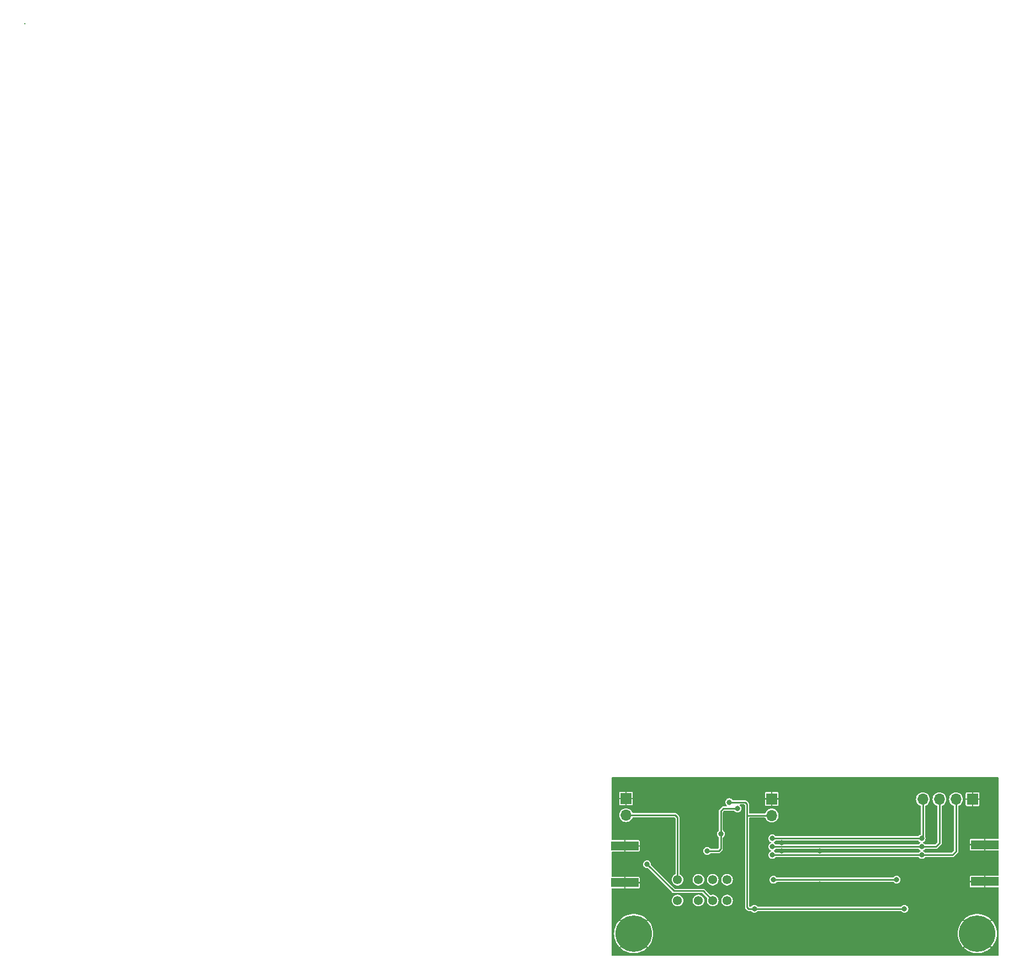
<source format=gbr>
G04 #@! TF.GenerationSoftware,KiCad,Pcbnew,8.0.1*
G04 #@! TF.CreationDate,2025-07-17T23:05:43+02:00*
G04 #@! TF.ProjectId,SDR_PreAmp_Filter_v1.1,5344525f-5072-4654-916d-705f46696c74,rev?*
G04 #@! TF.SameCoordinates,Original*
G04 #@! TF.FileFunction,Copper,L2,Bot*
G04 #@! TF.FilePolarity,Positive*
%FSLAX46Y46*%
G04 Gerber Fmt 4.6, Leading zero omitted, Abs format (unit mm)*
G04 Created by KiCad (PCBNEW 8.0.1) date 2025-07-17 23:05:43*
%MOMM*%
%LPD*%
G01*
G04 APERTURE LIST*
G04 #@! TA.AperFunction,ComponentPad*
%ADD10C,5.600000*%
G04 #@! TD*
G04 #@! TA.AperFunction,ComponentPad*
%ADD11R,1.700000X1.700000*%
G04 #@! TD*
G04 #@! TA.AperFunction,ComponentPad*
%ADD12O,1.700000X1.700000*%
G04 #@! TD*
G04 #@! TA.AperFunction,ComponentPad*
%ADD13C,1.381000*%
G04 #@! TD*
G04 #@! TA.AperFunction,SMDPad,CuDef*
%ADD14R,4.200000X1.350000*%
G04 #@! TD*
G04 #@! TA.AperFunction,ViaPad*
%ADD15C,0.200000*%
G04 #@! TD*
G04 #@! TA.AperFunction,ViaPad*
%ADD16C,0.800000*%
G04 #@! TD*
G04 #@! TA.AperFunction,Conductor*
%ADD17C,0.250000*%
G04 #@! TD*
G04 APERTURE END LIST*
D10*
X146050000Y-139700000D03*
D11*
X145330000Y-119075000D03*
D12*
X142790000Y-119075000D03*
X140250000Y-119075000D03*
X137710000Y-119075000D03*
D13*
X100076000Y-134620000D03*
X103276000Y-134620000D03*
X105476000Y-134620000D03*
X107676000Y-134620000D03*
X107676000Y-131420000D03*
X105476000Y-131420000D03*
X103276000Y-131420000D03*
X100076000Y-131420000D03*
D10*
X93345000Y-139700000D03*
D14*
X91998800Y-126232400D03*
X91998800Y-131882400D03*
D11*
X92175000Y-118975000D03*
D12*
X92175000Y-121515000D03*
D14*
X147193000Y-131699000D03*
X147193000Y-126049000D03*
D11*
X114526000Y-119024400D03*
D12*
X114526000Y-121564400D03*
D15*
X0Y0D03*
X0Y0D03*
X0Y0D03*
X0Y0D03*
X0Y0D03*
D16*
X134874000Y-135890000D03*
X111861600Y-135890000D03*
X108000800Y-119532400D03*
X121920000Y-132080000D03*
X104425000Y-129075000D03*
X116000000Y-130250000D03*
X106125000Y-133000000D03*
X105100000Y-122700000D03*
X109450000Y-133000000D03*
X121894600Y-127000000D03*
X100900000Y-128200000D03*
X109125000Y-126450000D03*
X98225000Y-134750000D03*
X121920000Y-137134600D03*
X121920000Y-121920000D03*
X116027200Y-126974600D03*
X116025000Y-125750000D03*
X114604800Y-125095000D03*
X137515600Y-125095000D03*
X114630200Y-126365000D03*
X137541000Y-126365000D03*
X114630200Y-127635000D03*
X137541000Y-127635000D03*
X133680200Y-131419600D03*
X114808000Y-131445000D03*
X95407400Y-129057400D03*
X106730800Y-124383800D03*
X109270800Y-120500000D03*
X104622600Y-127000000D03*
D17*
X110769400Y-121564400D02*
X110744000Y-121589800D01*
X110744000Y-121589800D02*
X110744000Y-135636000D01*
X108000800Y-119532400D02*
X110439200Y-119532400D01*
X110744000Y-119837200D02*
X110744000Y-121589800D01*
X110439200Y-119532400D02*
X110744000Y-119837200D01*
X114526000Y-121564400D02*
X110769400Y-121564400D01*
X99898200Y-134797800D02*
X100076000Y-134620000D01*
X110998000Y-135890000D02*
X134874000Y-135890000D01*
X110744000Y-135636000D02*
X110998000Y-135890000D01*
X116230400Y-127000000D02*
X116205000Y-126974600D01*
X121894600Y-127000000D02*
X116230400Y-127000000D01*
X137725000Y-124885600D02*
X137515600Y-125095000D01*
X137725000Y-118600000D02*
X137725000Y-124885600D01*
X114604800Y-125095000D02*
X137515600Y-125095000D01*
X137541000Y-126365000D02*
X137451000Y-126275000D01*
X140265000Y-125800000D02*
X140265000Y-118600000D01*
X137451000Y-126365000D02*
X114720200Y-126365000D01*
X137541000Y-126365000D02*
X139700000Y-126365000D01*
X114720200Y-126275000D02*
X114630200Y-126365000D01*
X139700000Y-126365000D02*
X140265000Y-125800000D01*
X114720200Y-127635000D02*
X137451000Y-127635000D01*
X142805000Y-127070000D02*
X142805000Y-118600000D01*
X114630200Y-127635000D02*
X114720200Y-127725000D01*
X137451000Y-127725000D02*
X137541000Y-127635000D01*
X137541000Y-127635000D02*
X142240000Y-127635000D01*
X142240000Y-127635000D02*
X142805000Y-127070000D01*
X114898000Y-131445000D02*
X133615600Y-131445000D01*
X133615600Y-131355000D02*
X133680200Y-131419600D01*
X114808000Y-131445000D02*
X114898000Y-131355000D01*
X99500000Y-133150000D02*
X104006000Y-133150000D01*
X104006000Y-133150000D02*
X105476000Y-134620000D01*
X95407400Y-129057400D02*
X99500000Y-133150000D01*
X106705400Y-120878600D02*
X106705400Y-126695200D01*
X109270800Y-120500000D02*
X107084000Y-120500000D01*
X106705400Y-126695200D02*
X106400600Y-127000000D01*
X106400600Y-127000000D02*
X104622600Y-127000000D01*
X107084000Y-120500000D02*
X106705400Y-120878600D01*
X92964000Y-121539000D02*
X99745800Y-121539000D01*
X100050200Y-131394200D02*
X100076000Y-131420000D01*
X100076000Y-121869200D02*
X100076000Y-131420000D01*
X99745800Y-121539000D02*
X100076000Y-121869200D01*
G04 #@! TA.AperFunction,Conductor*
G36*
X137043221Y-126709407D02*
G01*
X137063570Y-126729231D01*
X137112718Y-126793282D01*
X137238159Y-126889536D01*
X137251498Y-126895061D01*
X137284028Y-126908536D01*
X137330554Y-126948273D01*
X137344837Y-127007768D01*
X137321422Y-127064296D01*
X137284028Y-127091464D01*
X137238160Y-127110463D01*
X137112723Y-127206713D01*
X137112714Y-127206722D01*
X137074794Y-127256141D01*
X137064269Y-127269859D01*
X137063572Y-127270767D01*
X137013148Y-127305423D01*
X136985030Y-127309500D01*
X115186170Y-127309500D01*
X115127979Y-127290593D01*
X115107628Y-127270767D01*
X115106931Y-127269859D01*
X115058482Y-127206718D01*
X115058477Y-127206714D01*
X115058476Y-127206713D01*
X114933038Y-127110462D01*
X114887172Y-127091464D01*
X114840646Y-127051728D01*
X114826362Y-126992233D01*
X114849777Y-126935705D01*
X114887172Y-126908536D01*
X114919702Y-126895061D01*
X114933041Y-126889536D01*
X115058482Y-126793282D01*
X115107628Y-126729232D01*
X115158052Y-126694577D01*
X115186170Y-126690500D01*
X136985030Y-126690500D01*
X137043221Y-126709407D01*
G37*
G04 #@! TD.AperFunction*
G04 #@! TA.AperFunction,Conductor*
G36*
X137017821Y-125439407D02*
G01*
X137038170Y-125459231D01*
X137087318Y-125523282D01*
X137087322Y-125523285D01*
X137087323Y-125523286D01*
X137116682Y-125545813D01*
X137212759Y-125619536D01*
X137212760Y-125619536D01*
X137212761Y-125619537D01*
X137271327Y-125643796D01*
X137317853Y-125683532D01*
X137332137Y-125743027D01*
X137308722Y-125799555D01*
X137271329Y-125826723D01*
X137238163Y-125840461D01*
X137238160Y-125840462D01*
X137112723Y-125936713D01*
X137112714Y-125936722D01*
X137074794Y-125986141D01*
X137064269Y-125999859D01*
X137063572Y-126000767D01*
X137013148Y-126035423D01*
X136985030Y-126039500D01*
X115186170Y-126039500D01*
X115127979Y-126020593D01*
X115107628Y-126000767D01*
X115106931Y-125999859D01*
X115058482Y-125936718D01*
X115058477Y-125936714D01*
X115058476Y-125936713D01*
X115005097Y-125895754D01*
X114933041Y-125840464D01*
X114933039Y-125840463D01*
X114874471Y-125816203D01*
X114827945Y-125776466D01*
X114813662Y-125716971D01*
X114837077Y-125660443D01*
X114874470Y-125633275D01*
X114907641Y-125619536D01*
X115033082Y-125523282D01*
X115082228Y-125459232D01*
X115132652Y-125424577D01*
X115160770Y-125420500D01*
X136959630Y-125420500D01*
X137017821Y-125439407D01*
G37*
G04 #@! TD.AperFunction*
G04 #@! TA.AperFunction,Conductor*
G36*
X149311191Y-115715907D02*
G01*
X149347155Y-115765407D01*
X149352000Y-115796000D01*
X149352000Y-125075000D01*
X149333093Y-125133191D01*
X149283593Y-125169155D01*
X149253000Y-125174000D01*
X147293001Y-125174000D01*
X147293000Y-125174001D01*
X147293000Y-126923999D01*
X147293001Y-126924000D01*
X149253000Y-126924000D01*
X149311191Y-126942907D01*
X149347155Y-126992407D01*
X149352000Y-127023000D01*
X149352000Y-130725000D01*
X149333093Y-130783191D01*
X149283593Y-130819155D01*
X149253000Y-130824000D01*
X147293001Y-130824000D01*
X147293000Y-130824001D01*
X147293000Y-132573999D01*
X147293001Y-132574000D01*
X149253000Y-132574000D01*
X149311191Y-132592907D01*
X149347155Y-132642407D01*
X149352000Y-132673000D01*
X149352000Y-143018000D01*
X149333093Y-143076191D01*
X149283593Y-143112155D01*
X149253000Y-143117000D01*
X90065800Y-143117000D01*
X90007609Y-143098093D01*
X89971645Y-143048593D01*
X89966800Y-143018000D01*
X89966800Y-139700000D01*
X90339916Y-139700000D01*
X90360235Y-140048871D01*
X90420917Y-140393015D01*
X90521144Y-140727798D01*
X90521145Y-140727800D01*
X90659556Y-141048672D01*
X90659559Y-141048679D01*
X90834288Y-141351319D01*
X90834290Y-141351322D01*
X91042974Y-141631634D01*
X91154127Y-141749448D01*
X92142916Y-140760658D01*
X92284339Y-140902081D01*
X91292473Y-141893948D01*
X91550493Y-142110451D01*
X91842452Y-142302476D01*
X92154744Y-142459315D01*
X92154748Y-142459316D01*
X92483136Y-142578840D01*
X92823162Y-142659428D01*
X93170273Y-142700000D01*
X93519727Y-142700000D01*
X93866837Y-142659428D01*
X94206863Y-142578840D01*
X94535251Y-142459316D01*
X94535255Y-142459315D01*
X94847547Y-142302476D01*
X95139509Y-142110449D01*
X95139514Y-142110445D01*
X95397525Y-141893948D01*
X94405659Y-140902082D01*
X94547082Y-140760659D01*
X95535871Y-141749448D01*
X95647026Y-141631632D01*
X95647030Y-141631626D01*
X95855709Y-141351322D01*
X95855711Y-141351319D01*
X96030440Y-141048679D01*
X96030443Y-141048672D01*
X96168854Y-140727800D01*
X96168855Y-140727798D01*
X96269082Y-140393015D01*
X96329764Y-140048871D01*
X96350083Y-139700000D01*
X143044916Y-139700000D01*
X143065235Y-140048871D01*
X143125917Y-140393015D01*
X143226144Y-140727798D01*
X143226145Y-140727800D01*
X143364556Y-141048672D01*
X143364559Y-141048679D01*
X143539288Y-141351319D01*
X143539290Y-141351322D01*
X143747974Y-141631634D01*
X143859127Y-141749448D01*
X144847916Y-140760658D01*
X144989339Y-140902081D01*
X143997473Y-141893948D01*
X144255493Y-142110451D01*
X144547452Y-142302476D01*
X144859744Y-142459315D01*
X144859748Y-142459316D01*
X145188136Y-142578840D01*
X145528162Y-142659428D01*
X145875273Y-142700000D01*
X146224727Y-142700000D01*
X146571837Y-142659428D01*
X146911863Y-142578840D01*
X147240251Y-142459316D01*
X147240255Y-142459315D01*
X147552547Y-142302476D01*
X147844509Y-142110449D01*
X147844514Y-142110445D01*
X148102525Y-141893948D01*
X147110659Y-140902082D01*
X147252082Y-140760659D01*
X148240871Y-141749448D01*
X148352026Y-141631632D01*
X148352030Y-141631626D01*
X148560709Y-141351322D01*
X148560711Y-141351319D01*
X148735440Y-141048679D01*
X148735443Y-141048672D01*
X148873854Y-140727800D01*
X148873855Y-140727798D01*
X148974082Y-140393015D01*
X149034764Y-140048871D01*
X149055083Y-139700000D01*
X149034764Y-139351128D01*
X148974082Y-139006984D01*
X148873855Y-138672201D01*
X148873854Y-138672199D01*
X148735443Y-138351327D01*
X148735440Y-138351320D01*
X148560711Y-138048680D01*
X148560709Y-138048677D01*
X148352025Y-137768365D01*
X148240871Y-137650550D01*
X147252081Y-138639339D01*
X147110658Y-138497916D01*
X148102525Y-137506050D01*
X147844506Y-137289548D01*
X147552547Y-137097523D01*
X147240255Y-136940684D01*
X147240251Y-136940683D01*
X146911863Y-136821159D01*
X146571837Y-136740571D01*
X146224727Y-136700000D01*
X145875273Y-136700000D01*
X145528162Y-136740571D01*
X145188136Y-136821159D01*
X144859748Y-136940683D01*
X144859744Y-136940684D01*
X144547452Y-137097523D01*
X144255493Y-137289548D01*
X143997473Y-137506050D01*
X144989340Y-138497917D01*
X144847917Y-138639340D01*
X143859127Y-137650550D01*
X143747975Y-137768365D01*
X143539290Y-138048677D01*
X143539288Y-138048680D01*
X143364559Y-138351320D01*
X143364556Y-138351327D01*
X143226145Y-138672199D01*
X143226144Y-138672201D01*
X143125917Y-139006984D01*
X143065235Y-139351128D01*
X143044916Y-139700000D01*
X96350083Y-139700000D01*
X96329764Y-139351128D01*
X96269082Y-139006984D01*
X96168855Y-138672201D01*
X96168854Y-138672199D01*
X96030443Y-138351327D01*
X96030440Y-138351320D01*
X95855711Y-138048680D01*
X95855709Y-138048677D01*
X95647025Y-137768365D01*
X95535871Y-137650550D01*
X94547081Y-138639339D01*
X94405658Y-138497916D01*
X95397525Y-137506050D01*
X95139506Y-137289548D01*
X94847547Y-137097523D01*
X94535255Y-136940684D01*
X94535251Y-136940683D01*
X94206863Y-136821159D01*
X93866837Y-136740571D01*
X93519727Y-136700000D01*
X93170273Y-136700000D01*
X92823162Y-136740571D01*
X92483136Y-136821159D01*
X92154748Y-136940683D01*
X92154744Y-136940684D01*
X91842452Y-137097523D01*
X91550493Y-137289548D01*
X91292473Y-137506050D01*
X92284340Y-138497917D01*
X92142917Y-138639340D01*
X91154127Y-137650550D01*
X91042975Y-137768365D01*
X90834290Y-138048677D01*
X90834288Y-138048680D01*
X90659559Y-138351320D01*
X90659556Y-138351327D01*
X90521145Y-138672199D01*
X90521144Y-138672201D01*
X90420917Y-139006984D01*
X90360235Y-139351128D01*
X90339916Y-139700000D01*
X89966800Y-139700000D01*
X89966800Y-134620000D01*
X99180092Y-134620000D01*
X99199670Y-134806270D01*
X99257547Y-134984399D01*
X99257548Y-134984401D01*
X99257549Y-134984403D01*
X99257551Y-134984408D01*
X99351194Y-135146601D01*
X99351195Y-135146602D01*
X99476521Y-135285789D01*
X99628046Y-135395879D01*
X99628050Y-135395881D01*
X99628052Y-135395882D01*
X99684677Y-135421093D01*
X99799149Y-135472059D01*
X99982352Y-135511000D01*
X99982355Y-135511000D01*
X100169645Y-135511000D01*
X100169648Y-135511000D01*
X100352851Y-135472059D01*
X100523954Y-135395879D01*
X100675479Y-135285789D01*
X100800805Y-135146602D01*
X100894453Y-134984399D01*
X100952330Y-134806270D01*
X100971908Y-134620000D01*
X102380092Y-134620000D01*
X102399670Y-134806270D01*
X102457547Y-134984399D01*
X102457548Y-134984401D01*
X102457549Y-134984403D01*
X102457551Y-134984408D01*
X102551194Y-135146601D01*
X102551195Y-135146602D01*
X102676521Y-135285789D01*
X102828046Y-135395879D01*
X102828050Y-135395881D01*
X102828052Y-135395882D01*
X102884677Y-135421093D01*
X102999149Y-135472059D01*
X103182352Y-135511000D01*
X103182355Y-135511000D01*
X103369645Y-135511000D01*
X103369648Y-135511000D01*
X103552851Y-135472059D01*
X103723954Y-135395879D01*
X103875479Y-135285789D01*
X104000805Y-135146602D01*
X104094453Y-134984399D01*
X104152330Y-134806270D01*
X104171908Y-134620000D01*
X104152330Y-134433730D01*
X104094453Y-134255601D01*
X104094449Y-134255595D01*
X104094448Y-134255591D01*
X104000805Y-134093398D01*
X103875479Y-133954211D01*
X103723954Y-133844121D01*
X103723950Y-133844119D01*
X103723947Y-133844117D01*
X103552853Y-133767942D01*
X103552851Y-133767941D01*
X103552848Y-133767940D01*
X103552847Y-133767940D01*
X103493003Y-133755220D01*
X103369648Y-133729000D01*
X103182352Y-133729000D01*
X103065532Y-133753830D01*
X102999152Y-133767940D01*
X102999146Y-133767942D01*
X102828052Y-133844117D01*
X102828049Y-133844119D01*
X102676521Y-133954211D01*
X102551194Y-134093398D01*
X102457551Y-134255591D01*
X102457549Y-134255596D01*
X102399670Y-134433728D01*
X102399670Y-134433730D01*
X102380092Y-134620000D01*
X100971908Y-134620000D01*
X100952330Y-134433730D01*
X100894453Y-134255601D01*
X100894449Y-134255595D01*
X100894448Y-134255591D01*
X100800805Y-134093398D01*
X100675479Y-133954211D01*
X100523954Y-133844121D01*
X100523950Y-133844119D01*
X100523947Y-133844117D01*
X100352853Y-133767942D01*
X100352851Y-133767941D01*
X100352848Y-133767940D01*
X100352847Y-133767940D01*
X100293003Y-133755220D01*
X100169648Y-133729000D01*
X99982352Y-133729000D01*
X99865532Y-133753830D01*
X99799152Y-133767940D01*
X99799146Y-133767942D01*
X99628052Y-133844117D01*
X99628049Y-133844119D01*
X99476521Y-133954211D01*
X99351194Y-134093398D01*
X99257551Y-134255591D01*
X99257549Y-134255596D01*
X99199670Y-134433728D01*
X99199670Y-134433730D01*
X99180092Y-134620000D01*
X89966800Y-134620000D01*
X89966800Y-132856400D01*
X89985707Y-132798209D01*
X90035207Y-132762245D01*
X90065800Y-132757400D01*
X91898799Y-132757400D01*
X91898800Y-132757399D01*
X92098800Y-132757399D01*
X92098801Y-132757400D01*
X94118497Y-132757400D01*
X94118500Y-132757399D01*
X94176836Y-132745796D01*
X94242989Y-132701593D01*
X94242993Y-132701589D01*
X94287196Y-132635436D01*
X94298799Y-132577100D01*
X94298800Y-132577097D01*
X94298800Y-131982401D01*
X94298799Y-131982400D01*
X92098801Y-131982400D01*
X92098800Y-131982401D01*
X92098800Y-132757399D01*
X91898800Y-132757399D01*
X91898800Y-131782399D01*
X92098800Y-131782399D01*
X92098801Y-131782400D01*
X94298799Y-131782400D01*
X94298800Y-131782399D01*
X94298800Y-131187702D01*
X94298799Y-131187699D01*
X94287196Y-131129363D01*
X94242993Y-131063210D01*
X94242989Y-131063206D01*
X94176836Y-131019003D01*
X94118500Y-131007400D01*
X92098801Y-131007400D01*
X92098800Y-131007401D01*
X92098800Y-131782399D01*
X91898800Y-131782399D01*
X91898800Y-131007401D01*
X91898799Y-131007400D01*
X90065800Y-131007400D01*
X90007609Y-130988493D01*
X89971645Y-130938993D01*
X89966800Y-130908400D01*
X89966800Y-129057400D01*
X94801718Y-129057400D01*
X94822355Y-129214158D01*
X94822357Y-129214166D01*
X94882862Y-129360238D01*
X94882862Y-129360239D01*
X94882864Y-129360241D01*
X94979118Y-129485682D01*
X95104559Y-129581936D01*
X95250638Y-129642444D01*
X95407400Y-129663082D01*
X95487441Y-129652543D01*
X95547598Y-129663692D01*
X95570365Y-129680692D01*
X99239535Y-133349862D01*
X99239534Y-133349862D01*
X99300135Y-133410462D01*
X99300138Y-133410465D01*
X99374362Y-133453318D01*
X99457147Y-133475500D01*
X99542852Y-133475500D01*
X103830165Y-133475500D01*
X103888356Y-133494407D01*
X103900169Y-133504496D01*
X104613110Y-134217437D01*
X104640887Y-134271954D01*
X104637261Y-134318033D01*
X104599670Y-134433730D01*
X104580092Y-134620000D01*
X104599670Y-134806270D01*
X104657547Y-134984399D01*
X104657548Y-134984401D01*
X104657549Y-134984403D01*
X104657551Y-134984408D01*
X104751194Y-135146601D01*
X104751195Y-135146602D01*
X104876521Y-135285789D01*
X105028046Y-135395879D01*
X105028050Y-135395881D01*
X105028052Y-135395882D01*
X105084677Y-135421093D01*
X105199149Y-135472059D01*
X105382352Y-135511000D01*
X105382355Y-135511000D01*
X105569645Y-135511000D01*
X105569648Y-135511000D01*
X105752851Y-135472059D01*
X105923954Y-135395879D01*
X106075479Y-135285789D01*
X106200805Y-135146602D01*
X106294453Y-134984399D01*
X106352330Y-134806270D01*
X106371908Y-134620000D01*
X106780092Y-134620000D01*
X106799670Y-134806270D01*
X106857547Y-134984399D01*
X106857548Y-134984401D01*
X106857549Y-134984403D01*
X106857551Y-134984408D01*
X106951194Y-135146601D01*
X106951195Y-135146602D01*
X107076521Y-135285789D01*
X107228046Y-135395879D01*
X107228050Y-135395881D01*
X107228052Y-135395882D01*
X107284677Y-135421093D01*
X107399149Y-135472059D01*
X107582352Y-135511000D01*
X107582355Y-135511000D01*
X107769645Y-135511000D01*
X107769648Y-135511000D01*
X107952851Y-135472059D01*
X108123954Y-135395879D01*
X108275479Y-135285789D01*
X108400805Y-135146602D01*
X108494453Y-134984399D01*
X108552330Y-134806270D01*
X108571908Y-134620000D01*
X108552330Y-134433730D01*
X108494453Y-134255601D01*
X108494449Y-134255595D01*
X108494448Y-134255591D01*
X108400805Y-134093398D01*
X108275479Y-133954211D01*
X108123954Y-133844121D01*
X108123950Y-133844119D01*
X108123947Y-133844117D01*
X107952853Y-133767942D01*
X107952851Y-133767941D01*
X107952848Y-133767940D01*
X107952847Y-133767940D01*
X107893003Y-133755220D01*
X107769648Y-133729000D01*
X107582352Y-133729000D01*
X107465532Y-133753830D01*
X107399152Y-133767940D01*
X107399146Y-133767942D01*
X107228052Y-133844117D01*
X107228049Y-133844119D01*
X107076521Y-133954211D01*
X106951194Y-134093398D01*
X106857551Y-134255591D01*
X106857549Y-134255596D01*
X106799670Y-134433728D01*
X106799670Y-134433730D01*
X106780092Y-134620000D01*
X106371908Y-134620000D01*
X106352330Y-134433730D01*
X106294453Y-134255601D01*
X106294449Y-134255595D01*
X106294448Y-134255591D01*
X106200805Y-134093398D01*
X106075479Y-133954211D01*
X105923954Y-133844121D01*
X105923950Y-133844119D01*
X105923947Y-133844117D01*
X105752853Y-133767942D01*
X105752851Y-133767941D01*
X105752848Y-133767940D01*
X105752847Y-133767940D01*
X105693003Y-133755220D01*
X105569648Y-133729000D01*
X105382352Y-133729000D01*
X105265532Y-133753830D01*
X105199152Y-133767940D01*
X105199146Y-133767942D01*
X105181816Y-133775658D01*
X105120965Y-133782052D01*
X105071547Y-133755220D01*
X104666188Y-133349861D01*
X104205862Y-132889535D01*
X104205859Y-132889533D01*
X104205858Y-132889532D01*
X104205857Y-132889531D01*
X104131642Y-132846683D01*
X104131644Y-132846683D01*
X104099521Y-132838076D01*
X104048853Y-132824500D01*
X104048851Y-132824500D01*
X99675835Y-132824500D01*
X99617644Y-132805593D01*
X99605831Y-132795504D01*
X96030692Y-129220365D01*
X96002915Y-129165848D01*
X96002543Y-129137445D01*
X96013082Y-129057400D01*
X95992444Y-128900638D01*
X95931937Y-128754561D01*
X95931937Y-128754560D01*
X95835686Y-128629123D01*
X95835685Y-128629122D01*
X95835682Y-128629118D01*
X95835677Y-128629114D01*
X95835676Y-128629113D01*
X95710238Y-128532862D01*
X95564166Y-128472357D01*
X95564158Y-128472355D01*
X95407401Y-128451718D01*
X95407399Y-128451718D01*
X95250641Y-128472355D01*
X95250633Y-128472357D01*
X95104561Y-128532862D01*
X95104560Y-128532862D01*
X94979123Y-128629113D01*
X94979113Y-128629123D01*
X94882862Y-128754560D01*
X94882862Y-128754561D01*
X94822357Y-128900633D01*
X94822355Y-128900641D01*
X94801718Y-129057399D01*
X94801718Y-129057400D01*
X89966800Y-129057400D01*
X89966800Y-127206400D01*
X89985707Y-127148209D01*
X90035207Y-127112245D01*
X90065800Y-127107400D01*
X91898799Y-127107400D01*
X91898800Y-127107399D01*
X92098800Y-127107399D01*
X92098801Y-127107400D01*
X94118497Y-127107400D01*
X94118500Y-127107399D01*
X94176836Y-127095796D01*
X94242989Y-127051593D01*
X94242993Y-127051589D01*
X94287196Y-126985436D01*
X94298799Y-126927100D01*
X94298800Y-126927097D01*
X94298800Y-126332401D01*
X94298799Y-126332400D01*
X92098801Y-126332400D01*
X92098800Y-126332401D01*
X92098800Y-127107399D01*
X91898800Y-127107399D01*
X91898800Y-126132399D01*
X92098800Y-126132399D01*
X92098801Y-126132400D01*
X94298799Y-126132400D01*
X94298800Y-126132399D01*
X94298800Y-125537702D01*
X94298799Y-125537699D01*
X94287196Y-125479363D01*
X94242993Y-125413210D01*
X94242989Y-125413206D01*
X94176836Y-125369003D01*
X94118500Y-125357400D01*
X92098801Y-125357400D01*
X92098800Y-125357401D01*
X92098800Y-126132399D01*
X91898800Y-126132399D01*
X91898800Y-125357401D01*
X91898799Y-125357400D01*
X90065800Y-125357400D01*
X90007609Y-125338493D01*
X89971645Y-125288993D01*
X89966800Y-125258400D01*
X89966800Y-121515003D01*
X91119417Y-121515003D01*
X91139698Y-121720929D01*
X91139699Y-121720934D01*
X91199768Y-121918954D01*
X91297316Y-122101452D01*
X91428585Y-122261404D01*
X91428590Y-122261410D01*
X91428595Y-122261414D01*
X91588547Y-122392683D01*
X91588548Y-122392683D01*
X91588550Y-122392685D01*
X91771046Y-122490232D01*
X91908997Y-122532078D01*
X91969065Y-122550300D01*
X91969070Y-122550301D01*
X92174997Y-122570583D01*
X92175000Y-122570583D01*
X92175003Y-122570583D01*
X92380929Y-122550301D01*
X92380934Y-122550300D01*
X92416105Y-122539631D01*
X92578954Y-122490232D01*
X92761450Y-122392685D01*
X92921410Y-122261410D01*
X93052685Y-122101450D01*
X93150232Y-121918954D01*
X93150231Y-121918954D01*
X93151367Y-121916831D01*
X93195473Y-121874425D01*
X93238677Y-121864500D01*
X99569965Y-121864500D01*
X99628156Y-121883407D01*
X99639969Y-121893496D01*
X99721504Y-121975031D01*
X99749281Y-122029548D01*
X99750500Y-122045035D01*
X99750500Y-130525309D01*
X99731593Y-130583500D01*
X99691768Y-130615749D01*
X99628044Y-130644121D01*
X99628042Y-130644122D01*
X99476524Y-130754208D01*
X99351194Y-130893398D01*
X99257551Y-131055591D01*
X99257549Y-131055596D01*
X99199670Y-131233728D01*
X99180092Y-131420000D01*
X99196526Y-131576362D01*
X99199670Y-131606270D01*
X99257547Y-131784399D01*
X99257548Y-131784401D01*
X99257549Y-131784403D01*
X99257551Y-131784408D01*
X99351194Y-131946601D01*
X99351195Y-131946602D01*
X99476521Y-132085789D01*
X99628046Y-132195879D01*
X99628050Y-132195881D01*
X99628052Y-132195882D01*
X99684677Y-132221093D01*
X99799149Y-132272059D01*
X99982352Y-132311000D01*
X99982355Y-132311000D01*
X100169645Y-132311000D01*
X100169648Y-132311000D01*
X100352851Y-132272059D01*
X100523954Y-132195879D01*
X100675479Y-132085789D01*
X100800805Y-131946602D01*
X100894453Y-131784399D01*
X100952330Y-131606270D01*
X100971908Y-131420000D01*
X102380092Y-131420000D01*
X102396526Y-131576362D01*
X102399670Y-131606270D01*
X102457547Y-131784399D01*
X102457548Y-131784401D01*
X102457549Y-131784403D01*
X102457551Y-131784408D01*
X102551194Y-131946601D01*
X102551195Y-131946602D01*
X102676521Y-132085789D01*
X102828046Y-132195879D01*
X102828050Y-132195881D01*
X102828052Y-132195882D01*
X102884677Y-132221093D01*
X102999149Y-132272059D01*
X103182352Y-132311000D01*
X103182355Y-132311000D01*
X103369645Y-132311000D01*
X103369648Y-132311000D01*
X103552851Y-132272059D01*
X103723954Y-132195879D01*
X103875479Y-132085789D01*
X104000805Y-131946602D01*
X104094453Y-131784399D01*
X104152330Y-131606270D01*
X104171908Y-131420000D01*
X104580092Y-131420000D01*
X104596526Y-131576362D01*
X104599670Y-131606270D01*
X104657547Y-131784399D01*
X104657548Y-131784401D01*
X104657549Y-131784403D01*
X104657551Y-131784408D01*
X104751194Y-131946601D01*
X104751195Y-131946602D01*
X104876521Y-132085789D01*
X105028046Y-132195879D01*
X105028050Y-132195881D01*
X105028052Y-132195882D01*
X105084677Y-132221093D01*
X105199149Y-132272059D01*
X105382352Y-132311000D01*
X105382355Y-132311000D01*
X105569645Y-132311000D01*
X105569648Y-132311000D01*
X105752851Y-132272059D01*
X105923954Y-132195879D01*
X106075479Y-132085789D01*
X106200805Y-131946602D01*
X106294453Y-131784399D01*
X106352330Y-131606270D01*
X106371908Y-131420000D01*
X106780092Y-131420000D01*
X106796526Y-131576362D01*
X106799670Y-131606270D01*
X106857547Y-131784399D01*
X106857548Y-131784401D01*
X106857549Y-131784403D01*
X106857551Y-131784408D01*
X106951194Y-131946601D01*
X106951195Y-131946602D01*
X107076521Y-132085789D01*
X107228046Y-132195879D01*
X107228050Y-132195881D01*
X107228052Y-132195882D01*
X107284677Y-132221093D01*
X107399149Y-132272059D01*
X107582352Y-132311000D01*
X107582355Y-132311000D01*
X107769645Y-132311000D01*
X107769648Y-132311000D01*
X107952851Y-132272059D01*
X108123954Y-132195879D01*
X108275479Y-132085789D01*
X108400805Y-131946602D01*
X108494453Y-131784399D01*
X108552330Y-131606270D01*
X108571908Y-131420000D01*
X108552330Y-131233730D01*
X108494453Y-131055601D01*
X108494449Y-131055595D01*
X108494448Y-131055591D01*
X108400805Y-130893398D01*
X108388570Y-130879810D01*
X108275479Y-130754211D01*
X108123954Y-130644121D01*
X108123950Y-130644119D01*
X108123947Y-130644117D01*
X107971728Y-130576345D01*
X107952851Y-130567941D01*
X107952848Y-130567940D01*
X107952847Y-130567940D01*
X107918001Y-130560533D01*
X107769648Y-130529000D01*
X107582352Y-130529000D01*
X107465532Y-130553830D01*
X107399152Y-130567940D01*
X107399146Y-130567942D01*
X107228052Y-130644117D01*
X107228049Y-130644119D01*
X107076521Y-130754211D01*
X106951194Y-130893398D01*
X106857551Y-131055591D01*
X106857549Y-131055596D01*
X106799670Y-131233728D01*
X106780092Y-131420000D01*
X106371908Y-131420000D01*
X106352330Y-131233730D01*
X106294453Y-131055601D01*
X106294449Y-131055595D01*
X106294448Y-131055591D01*
X106200805Y-130893398D01*
X106188570Y-130879810D01*
X106075479Y-130754211D01*
X105923954Y-130644121D01*
X105923950Y-130644119D01*
X105923947Y-130644117D01*
X105771728Y-130576345D01*
X105752851Y-130567941D01*
X105752848Y-130567940D01*
X105752847Y-130567940D01*
X105718001Y-130560533D01*
X105569648Y-130529000D01*
X105382352Y-130529000D01*
X105265532Y-130553830D01*
X105199152Y-130567940D01*
X105199146Y-130567942D01*
X105028052Y-130644117D01*
X105028049Y-130644119D01*
X104876521Y-130754211D01*
X104751194Y-130893398D01*
X104657551Y-131055591D01*
X104657549Y-131055596D01*
X104599670Y-131233728D01*
X104580092Y-131420000D01*
X104171908Y-131420000D01*
X104152330Y-131233730D01*
X104094453Y-131055601D01*
X104094449Y-131055595D01*
X104094448Y-131055591D01*
X104000805Y-130893398D01*
X103988570Y-130879810D01*
X103875479Y-130754211D01*
X103723954Y-130644121D01*
X103723950Y-130644119D01*
X103723947Y-130644117D01*
X103571728Y-130576345D01*
X103552851Y-130567941D01*
X103552848Y-130567940D01*
X103552847Y-130567940D01*
X103518001Y-130560533D01*
X103369648Y-130529000D01*
X103182352Y-130529000D01*
X103065532Y-130553830D01*
X102999152Y-130567940D01*
X102999146Y-130567942D01*
X102828052Y-130644117D01*
X102828049Y-130644119D01*
X102676521Y-130754211D01*
X102551194Y-130893398D01*
X102457551Y-131055591D01*
X102457549Y-131055596D01*
X102399670Y-131233728D01*
X102380092Y-131420000D01*
X100971908Y-131420000D01*
X100952330Y-131233730D01*
X100894453Y-131055601D01*
X100894449Y-131055595D01*
X100894448Y-131055591D01*
X100800805Y-130893398D01*
X100788570Y-130879810D01*
X100675479Y-130754211D01*
X100635274Y-130725000D01*
X100523957Y-130644122D01*
X100523955Y-130644121D01*
X100460232Y-130615749D01*
X100414763Y-130574808D01*
X100401500Y-130525309D01*
X100401500Y-127000000D01*
X104016918Y-127000000D01*
X104037555Y-127156758D01*
X104037557Y-127156766D01*
X104098062Y-127302838D01*
X104098062Y-127302839D01*
X104194313Y-127428276D01*
X104194318Y-127428282D01*
X104319759Y-127524536D01*
X104465838Y-127585044D01*
X104583409Y-127600522D01*
X104622599Y-127605682D01*
X104622600Y-127605682D01*
X104622601Y-127605682D01*
X104653952Y-127601554D01*
X104779362Y-127585044D01*
X104925441Y-127524536D01*
X105050882Y-127428282D01*
X105100028Y-127364232D01*
X105150452Y-127329577D01*
X105178570Y-127325500D01*
X106443451Y-127325500D01*
X106443453Y-127325500D01*
X106526239Y-127303318D01*
X106526241Y-127303316D01*
X106526243Y-127303316D01*
X106600457Y-127260468D01*
X106600457Y-127260467D01*
X106600462Y-127260465D01*
X106965865Y-126895062D01*
X107008717Y-126820839D01*
X107008718Y-126820838D01*
X107030900Y-126738053D01*
X107030900Y-124959260D01*
X107049807Y-124901069D01*
X107069631Y-124880719D01*
X107159082Y-124812082D01*
X107255336Y-124686641D01*
X107315844Y-124540562D01*
X107336482Y-124383800D01*
X107315844Y-124227038D01*
X107255337Y-124080961D01*
X107255337Y-124080960D01*
X107159086Y-123955523D01*
X107159085Y-123955522D01*
X107159082Y-123955518D01*
X107159077Y-123955514D01*
X107159076Y-123955513D01*
X107069633Y-123886881D01*
X107034977Y-123836456D01*
X107030900Y-123808339D01*
X107030900Y-121054435D01*
X107049807Y-120996244D01*
X107059896Y-120984431D01*
X107189831Y-120854496D01*
X107244348Y-120826719D01*
X107259835Y-120825500D01*
X108714830Y-120825500D01*
X108773021Y-120844407D01*
X108793370Y-120864231D01*
X108842518Y-120928282D01*
X108967959Y-121024536D01*
X109114038Y-121085044D01*
X109231609Y-121100522D01*
X109270799Y-121105682D01*
X109270800Y-121105682D01*
X109270801Y-121105682D01*
X109302152Y-121101554D01*
X109427562Y-121085044D01*
X109573641Y-121024536D01*
X109699082Y-120928282D01*
X109795336Y-120802841D01*
X109855844Y-120656762D01*
X109876482Y-120500000D01*
X109873809Y-120479700D01*
X109855844Y-120343241D01*
X109855844Y-120343238D01*
X109795337Y-120197161D01*
X109795337Y-120197160D01*
X109699086Y-120071723D01*
X109699085Y-120071722D01*
X109699082Y-120071718D01*
X109699077Y-120071714D01*
X109699076Y-120071713D01*
X109651806Y-120035442D01*
X109617150Y-119985018D01*
X109618751Y-119923854D01*
X109655998Y-119875312D01*
X109712073Y-119857900D01*
X110263365Y-119857900D01*
X110321556Y-119876807D01*
X110333369Y-119886896D01*
X110389504Y-119943031D01*
X110417281Y-119997548D01*
X110418500Y-120013035D01*
X110418500Y-121546947D01*
X110418500Y-135593147D01*
X110418500Y-135678853D01*
X110433071Y-135733233D01*
X110440683Y-135761643D01*
X110483531Y-135835857D01*
X110483533Y-135835859D01*
X110483535Y-135835862D01*
X110798138Y-136150465D01*
X110798140Y-136150466D01*
X110798142Y-136150468D01*
X110872357Y-136193316D01*
X110872355Y-136193316D01*
X110872359Y-136193317D01*
X110872361Y-136193318D01*
X110955147Y-136215500D01*
X111040853Y-136215500D01*
X111305630Y-136215500D01*
X111363821Y-136234407D01*
X111384170Y-136254231D01*
X111433318Y-136318282D01*
X111558759Y-136414536D01*
X111704838Y-136475044D01*
X111822409Y-136490522D01*
X111861599Y-136495682D01*
X111861600Y-136495682D01*
X111861601Y-136495682D01*
X111892952Y-136491554D01*
X112018362Y-136475044D01*
X112164441Y-136414536D01*
X112289882Y-136318282D01*
X112339028Y-136254232D01*
X112389452Y-136219577D01*
X112417570Y-136215500D01*
X134318030Y-136215500D01*
X134376221Y-136234407D01*
X134396570Y-136254231D01*
X134445718Y-136318282D01*
X134571159Y-136414536D01*
X134717238Y-136475044D01*
X134834809Y-136490522D01*
X134873999Y-136495682D01*
X134874000Y-136495682D01*
X134874001Y-136495682D01*
X134905352Y-136491554D01*
X135030762Y-136475044D01*
X135176841Y-136414536D01*
X135302282Y-136318282D01*
X135398536Y-136192841D01*
X135459044Y-136046762D01*
X135479682Y-135890000D01*
X135459044Y-135733238D01*
X135398537Y-135587161D01*
X135398537Y-135587160D01*
X135302286Y-135461723D01*
X135302285Y-135461722D01*
X135302282Y-135461718D01*
X135302277Y-135461714D01*
X135302276Y-135461713D01*
X135176838Y-135365462D01*
X135030766Y-135304957D01*
X135030758Y-135304955D01*
X134874001Y-135284318D01*
X134873999Y-135284318D01*
X134717241Y-135304955D01*
X134717233Y-135304957D01*
X134571161Y-135365462D01*
X134571160Y-135365462D01*
X134445723Y-135461713D01*
X134445714Y-135461722D01*
X134396572Y-135525767D01*
X134346148Y-135560423D01*
X134318030Y-135564500D01*
X112417570Y-135564500D01*
X112359379Y-135545593D01*
X112339028Y-135525767D01*
X112289885Y-135461722D01*
X112289882Y-135461718D01*
X112289877Y-135461714D01*
X112289876Y-135461713D01*
X112164438Y-135365462D01*
X112018366Y-135304957D01*
X112018358Y-135304955D01*
X111861601Y-135284318D01*
X111861599Y-135284318D01*
X111704841Y-135304955D01*
X111704833Y-135304957D01*
X111558761Y-135365462D01*
X111558760Y-135365462D01*
X111433323Y-135461713D01*
X111433314Y-135461722D01*
X111384172Y-135525767D01*
X111333748Y-135560423D01*
X111305630Y-135564500D01*
X111173835Y-135564500D01*
X111115644Y-135545593D01*
X111103831Y-135535504D01*
X111098496Y-135530169D01*
X111070719Y-135475652D01*
X111069500Y-135460165D01*
X111069500Y-132393700D01*
X144893000Y-132393700D01*
X144904603Y-132452036D01*
X144948806Y-132518189D01*
X144948810Y-132518193D01*
X145014963Y-132562396D01*
X145073299Y-132573999D01*
X145073303Y-132574000D01*
X147092999Y-132574000D01*
X147093000Y-132573999D01*
X147093000Y-131799001D01*
X147092999Y-131799000D01*
X144893001Y-131799000D01*
X144893000Y-131799001D01*
X144893000Y-132393700D01*
X111069500Y-132393700D01*
X111069500Y-131445000D01*
X114202318Y-131445000D01*
X114222955Y-131601758D01*
X114222957Y-131601766D01*
X114283462Y-131747838D01*
X114283462Y-131747839D01*
X114360223Y-131847876D01*
X114379718Y-131873282D01*
X114505159Y-131969536D01*
X114505160Y-131969536D01*
X114505161Y-131969537D01*
X114651233Y-132030042D01*
X114651238Y-132030044D01*
X114768809Y-132045522D01*
X114807999Y-132050682D01*
X114808000Y-132050682D01*
X114808001Y-132050682D01*
X114839352Y-132046554D01*
X114964762Y-132030044D01*
X115110841Y-131969536D01*
X115236282Y-131873282D01*
X115285428Y-131809232D01*
X115335852Y-131774577D01*
X115363970Y-131770500D01*
X133143720Y-131770500D01*
X133201911Y-131789407D01*
X133222257Y-131809228D01*
X133251918Y-131847882D01*
X133377359Y-131944136D01*
X133377360Y-131944136D01*
X133377361Y-131944137D01*
X133523433Y-132004642D01*
X133523438Y-132004644D01*
X133641009Y-132020122D01*
X133680199Y-132025282D01*
X133680200Y-132025282D01*
X133680201Y-132025282D01*
X133711552Y-132021154D01*
X133836962Y-132004644D01*
X133983041Y-131944136D01*
X134108482Y-131847882D01*
X134204736Y-131722441D01*
X134255867Y-131598999D01*
X144893000Y-131598999D01*
X144893001Y-131599000D01*
X147092999Y-131599000D01*
X147093000Y-131598999D01*
X147093000Y-130824001D01*
X147092999Y-130824000D01*
X145073299Y-130824000D01*
X145014963Y-130835603D01*
X144948810Y-130879806D01*
X144948806Y-130879810D01*
X144904603Y-130945963D01*
X144893000Y-131004299D01*
X144893000Y-131598999D01*
X134255867Y-131598999D01*
X134265244Y-131576362D01*
X134285882Y-131419600D01*
X134265244Y-131262838D01*
X134215258Y-131142161D01*
X134204737Y-131116761D01*
X134204737Y-131116760D01*
X134108486Y-130991323D01*
X134108485Y-130991322D01*
X134108482Y-130991318D01*
X134108477Y-130991314D01*
X134108476Y-130991313D01*
X133983038Y-130895062D01*
X133836966Y-130834557D01*
X133836958Y-130834555D01*
X133680201Y-130813918D01*
X133680199Y-130813918D01*
X133523441Y-130834555D01*
X133523433Y-130834557D01*
X133377361Y-130895062D01*
X133377360Y-130895062D01*
X133251923Y-130991313D01*
X133251913Y-130991323D01*
X133183281Y-131080767D01*
X133132856Y-131115423D01*
X133104739Y-131119500D01*
X115363970Y-131119500D01*
X115305779Y-131100593D01*
X115285428Y-131080767D01*
X115236285Y-131016722D01*
X115236282Y-131016718D01*
X115236277Y-131016714D01*
X115236276Y-131016713D01*
X115144072Y-130945963D01*
X115110841Y-130920464D01*
X115110840Y-130920463D01*
X115110838Y-130920462D01*
X114964766Y-130859957D01*
X114964758Y-130859955D01*
X114808001Y-130839318D01*
X114807999Y-130839318D01*
X114651241Y-130859955D01*
X114651233Y-130859957D01*
X114505161Y-130920462D01*
X114505160Y-130920462D01*
X114379723Y-131016713D01*
X114379713Y-131016723D01*
X114283462Y-131142160D01*
X114283462Y-131142161D01*
X114222957Y-131288233D01*
X114222955Y-131288241D01*
X114202318Y-131444999D01*
X114202318Y-131445000D01*
X111069500Y-131445000D01*
X111069500Y-125095000D01*
X113999118Y-125095000D01*
X114019755Y-125251758D01*
X114019757Y-125251766D01*
X114080262Y-125397838D01*
X114080262Y-125397839D01*
X114176513Y-125523276D01*
X114176518Y-125523282D01*
X114176522Y-125523285D01*
X114176523Y-125523286D01*
X114205882Y-125545813D01*
X114301959Y-125619536D01*
X114301960Y-125619536D01*
X114301961Y-125619537D01*
X114360527Y-125643796D01*
X114407053Y-125683532D01*
X114421337Y-125743027D01*
X114397922Y-125799555D01*
X114360529Y-125826723D01*
X114327363Y-125840461D01*
X114327360Y-125840462D01*
X114201923Y-125936713D01*
X114201913Y-125936723D01*
X114105662Y-126062160D01*
X114105662Y-126062161D01*
X114045157Y-126208233D01*
X114045155Y-126208241D01*
X114024518Y-126364999D01*
X114024518Y-126365000D01*
X114045155Y-126521758D01*
X114045157Y-126521766D01*
X114105662Y-126667838D01*
X114105662Y-126667839D01*
X114159539Y-126738053D01*
X114201918Y-126793282D01*
X114327359Y-126889536D01*
X114340698Y-126895061D01*
X114373228Y-126908536D01*
X114419754Y-126948273D01*
X114434037Y-127007768D01*
X114410622Y-127064296D01*
X114373228Y-127091464D01*
X114327360Y-127110463D01*
X114201923Y-127206713D01*
X114201913Y-127206723D01*
X114105662Y-127332160D01*
X114105662Y-127332161D01*
X114045157Y-127478233D01*
X114045155Y-127478241D01*
X114024518Y-127634999D01*
X114024518Y-127635000D01*
X114045155Y-127791758D01*
X114045157Y-127791766D01*
X114105662Y-127937838D01*
X114105662Y-127937839D01*
X114201913Y-128063276D01*
X114201918Y-128063282D01*
X114327359Y-128159536D01*
X114473438Y-128220044D01*
X114591009Y-128235522D01*
X114630199Y-128240682D01*
X114630200Y-128240682D01*
X114630201Y-128240682D01*
X114661552Y-128236554D01*
X114786962Y-128220044D01*
X114933041Y-128159536D01*
X115058482Y-128063282D01*
X115107628Y-127999232D01*
X115158052Y-127964577D01*
X115186170Y-127960500D01*
X136985030Y-127960500D01*
X137043221Y-127979407D01*
X137063570Y-127999231D01*
X137112718Y-128063282D01*
X137238159Y-128159536D01*
X137384238Y-128220044D01*
X137501809Y-128235522D01*
X137540999Y-128240682D01*
X137541000Y-128240682D01*
X137541001Y-128240682D01*
X137572352Y-128236554D01*
X137697762Y-128220044D01*
X137843841Y-128159536D01*
X137969282Y-128063282D01*
X138018428Y-127999232D01*
X138068852Y-127964577D01*
X138096970Y-127960500D01*
X142282851Y-127960500D01*
X142282853Y-127960500D01*
X142365639Y-127938318D01*
X142365641Y-127938316D01*
X142365643Y-127938316D01*
X142439857Y-127895468D01*
X142439857Y-127895467D01*
X142439862Y-127895465D01*
X143004859Y-127330466D01*
X143004862Y-127330465D01*
X143065465Y-127269862D01*
X143108318Y-127195638D01*
X143130501Y-127112853D01*
X143130501Y-127027147D01*
X143130501Y-127021085D01*
X143130500Y-127021067D01*
X143130500Y-126743700D01*
X144893000Y-126743700D01*
X144904603Y-126802036D01*
X144948806Y-126868189D01*
X144948810Y-126868193D01*
X145014963Y-126912396D01*
X145073299Y-126923999D01*
X145073303Y-126924000D01*
X147092999Y-126924000D01*
X147093000Y-126923999D01*
X147093000Y-126149001D01*
X147092999Y-126149000D01*
X144893001Y-126149000D01*
X144893000Y-126149001D01*
X144893000Y-126743700D01*
X143130500Y-126743700D01*
X143130500Y-125948999D01*
X144893000Y-125948999D01*
X144893001Y-125949000D01*
X147092999Y-125949000D01*
X147093000Y-125948999D01*
X147093000Y-125174001D01*
X147092999Y-125174000D01*
X145073299Y-125174000D01*
X145014963Y-125185603D01*
X144948810Y-125229806D01*
X144948806Y-125229810D01*
X144904603Y-125295963D01*
X144893000Y-125354299D01*
X144893000Y-125948999D01*
X143130500Y-125948999D01*
X143130500Y-120142664D01*
X143149407Y-120084473D01*
X143189745Y-120052678D01*
X143189664Y-120052525D01*
X143190522Y-120052066D01*
X143191629Y-120051194D01*
X143193941Y-120050235D01*
X143193954Y-120050232D01*
X143376450Y-119952685D01*
X143386180Y-119944700D01*
X144280000Y-119944700D01*
X144291603Y-120003036D01*
X144335806Y-120069189D01*
X144335810Y-120069193D01*
X144401963Y-120113396D01*
X144460299Y-120124999D01*
X144460303Y-120125000D01*
X145229999Y-120125000D01*
X145230000Y-120124999D01*
X145230000Y-119565842D01*
X145264174Y-119575000D01*
X145395826Y-119575000D01*
X145430000Y-119565842D01*
X145430000Y-120124999D01*
X145430001Y-120125000D01*
X146199697Y-120125000D01*
X146199700Y-120124999D01*
X146258036Y-120113396D01*
X146324189Y-120069193D01*
X146324193Y-120069189D01*
X146368396Y-120003036D01*
X146379999Y-119944700D01*
X146380000Y-119944697D01*
X146380000Y-119175001D01*
X146379999Y-119175000D01*
X145820843Y-119175000D01*
X145830000Y-119140826D01*
X145830000Y-119009174D01*
X145820843Y-118975000D01*
X146379999Y-118975000D01*
X146380000Y-118974999D01*
X146380000Y-118205302D01*
X146379999Y-118205299D01*
X146368396Y-118146963D01*
X146324193Y-118080810D01*
X146324189Y-118080806D01*
X146258036Y-118036603D01*
X146199700Y-118025000D01*
X145430001Y-118025000D01*
X145430000Y-118025001D01*
X145430000Y-118584157D01*
X145395826Y-118575000D01*
X145264174Y-118575000D01*
X145230000Y-118584157D01*
X145230000Y-118025001D01*
X145229999Y-118025000D01*
X144460299Y-118025000D01*
X144401963Y-118036603D01*
X144335810Y-118080806D01*
X144335806Y-118080810D01*
X144291603Y-118146963D01*
X144280000Y-118205299D01*
X144280000Y-118974999D01*
X144280001Y-118975000D01*
X144839157Y-118975000D01*
X144830000Y-119009174D01*
X144830000Y-119140826D01*
X144839157Y-119175000D01*
X144280001Y-119175000D01*
X144280000Y-119175001D01*
X144280000Y-119944700D01*
X143386180Y-119944700D01*
X143536410Y-119821410D01*
X143667685Y-119661450D01*
X143765232Y-119478954D01*
X143825300Y-119280934D01*
X143825301Y-119280929D01*
X143845583Y-119075000D01*
X143845583Y-119074996D01*
X143825301Y-118869070D01*
X143825300Y-118869065D01*
X143766401Y-118674901D01*
X143765232Y-118671046D01*
X143667685Y-118488550D01*
X143536410Y-118328590D01*
X143536404Y-118328585D01*
X143376452Y-118197316D01*
X143193954Y-118099768D01*
X142995934Y-118039699D01*
X142995929Y-118039698D01*
X142790003Y-118019417D01*
X142789997Y-118019417D01*
X142584070Y-118039698D01*
X142584065Y-118039699D01*
X142386045Y-118099768D01*
X142203547Y-118197316D01*
X142043595Y-118328585D01*
X142043585Y-118328595D01*
X141912316Y-118488547D01*
X141814768Y-118671045D01*
X141754699Y-118869065D01*
X141754698Y-118869070D01*
X141734417Y-119074996D01*
X141734417Y-119075000D01*
X141754698Y-119280929D01*
X141754699Y-119280934D01*
X141814768Y-119478954D01*
X141912316Y-119661452D01*
X142021380Y-119794347D01*
X142043590Y-119821410D01*
X142043595Y-119821414D01*
X142203547Y-119952683D01*
X142203548Y-119952683D01*
X142203550Y-119952685D01*
X142386046Y-120050232D01*
X142409237Y-120057266D01*
X142459433Y-120092248D01*
X142479481Y-120150056D01*
X142479500Y-120152003D01*
X142479500Y-126894165D01*
X142460593Y-126952356D01*
X142450504Y-126964169D01*
X142134169Y-127280504D01*
X142079652Y-127308281D01*
X142064165Y-127309500D01*
X138096970Y-127309500D01*
X138038779Y-127290593D01*
X138018428Y-127270767D01*
X138017731Y-127269859D01*
X137969282Y-127206718D01*
X137969277Y-127206714D01*
X137969276Y-127206713D01*
X137843838Y-127110462D01*
X137797972Y-127091464D01*
X137751446Y-127051728D01*
X137737162Y-126992233D01*
X137760577Y-126935705D01*
X137797972Y-126908536D01*
X137830502Y-126895061D01*
X137843841Y-126889536D01*
X137969282Y-126793282D01*
X138018428Y-126729232D01*
X138068852Y-126694577D01*
X138096970Y-126690500D01*
X139742851Y-126690500D01*
X139742853Y-126690500D01*
X139825639Y-126668318D01*
X139825641Y-126668316D01*
X139825643Y-126668316D01*
X139899857Y-126625468D01*
X139899857Y-126625467D01*
X139899862Y-126625465D01*
X140464859Y-126060466D01*
X140464862Y-126060465D01*
X140525465Y-125999862D01*
X140568318Y-125925638D01*
X140590501Y-125842853D01*
X140590501Y-125757147D01*
X140590501Y-125751085D01*
X140590500Y-125751067D01*
X140590500Y-120142664D01*
X140609407Y-120084473D01*
X140649745Y-120052678D01*
X140649664Y-120052525D01*
X140650522Y-120052066D01*
X140651629Y-120051194D01*
X140653941Y-120050235D01*
X140653954Y-120050232D01*
X140836450Y-119952685D01*
X140996410Y-119821410D01*
X141127685Y-119661450D01*
X141225232Y-119478954D01*
X141285300Y-119280934D01*
X141285301Y-119280929D01*
X141305583Y-119075000D01*
X141305583Y-119074996D01*
X141285301Y-118869070D01*
X141285300Y-118869065D01*
X141226401Y-118674901D01*
X141225232Y-118671046D01*
X141127685Y-118488550D01*
X140996410Y-118328590D01*
X140996404Y-118328585D01*
X140836452Y-118197316D01*
X140653954Y-118099768D01*
X140455934Y-118039699D01*
X140455929Y-118039698D01*
X140250003Y-118019417D01*
X140249997Y-118019417D01*
X140044070Y-118039698D01*
X140044065Y-118039699D01*
X139846045Y-118099768D01*
X139663547Y-118197316D01*
X139503595Y-118328585D01*
X139503585Y-118328595D01*
X139372316Y-118488547D01*
X139274768Y-118671045D01*
X139214699Y-118869065D01*
X139214698Y-118869070D01*
X139194417Y-119074996D01*
X139194417Y-119075000D01*
X139214698Y-119280929D01*
X139214699Y-119280934D01*
X139274768Y-119478954D01*
X139372316Y-119661452D01*
X139481380Y-119794347D01*
X139503590Y-119821410D01*
X139503595Y-119821414D01*
X139663547Y-119952683D01*
X139663548Y-119952683D01*
X139663550Y-119952685D01*
X139846046Y-120050232D01*
X139869237Y-120057266D01*
X139919433Y-120092248D01*
X139939481Y-120150056D01*
X139939500Y-120152003D01*
X139939500Y-125624165D01*
X139920593Y-125682356D01*
X139910504Y-125694169D01*
X139594169Y-126010504D01*
X139539652Y-126038281D01*
X139524165Y-126039500D01*
X138096970Y-126039500D01*
X138038779Y-126020593D01*
X138018428Y-126000767D01*
X138017731Y-125999859D01*
X137969282Y-125936718D01*
X137969277Y-125936714D01*
X137969276Y-125936713D01*
X137915897Y-125895754D01*
X137843841Y-125840464D01*
X137843839Y-125840463D01*
X137785271Y-125816203D01*
X137738745Y-125776466D01*
X137724462Y-125716971D01*
X137747877Y-125660443D01*
X137785270Y-125633275D01*
X137818441Y-125619536D01*
X137943882Y-125523282D01*
X138040136Y-125397841D01*
X138100644Y-125251762D01*
X138121282Y-125095000D01*
X138100644Y-124938238D01*
X138093206Y-124920280D01*
X138058036Y-124835372D01*
X138050500Y-124797487D01*
X138050500Y-120142664D01*
X138069407Y-120084473D01*
X138109745Y-120052678D01*
X138109664Y-120052525D01*
X138110522Y-120052066D01*
X138111629Y-120051194D01*
X138113941Y-120050235D01*
X138113954Y-120050232D01*
X138296450Y-119952685D01*
X138456410Y-119821410D01*
X138587685Y-119661450D01*
X138685232Y-119478954D01*
X138745300Y-119280934D01*
X138745301Y-119280929D01*
X138765583Y-119075000D01*
X138765583Y-119074996D01*
X138745301Y-118869070D01*
X138745300Y-118869065D01*
X138686401Y-118674901D01*
X138685232Y-118671046D01*
X138587685Y-118488550D01*
X138456410Y-118328590D01*
X138456404Y-118328585D01*
X138296452Y-118197316D01*
X138113954Y-118099768D01*
X137915934Y-118039699D01*
X137915929Y-118039698D01*
X137710003Y-118019417D01*
X137709997Y-118019417D01*
X137504070Y-118039698D01*
X137504065Y-118039699D01*
X137306045Y-118099768D01*
X137123547Y-118197316D01*
X136963595Y-118328585D01*
X136963585Y-118328595D01*
X136832316Y-118488547D01*
X136734768Y-118671045D01*
X136674699Y-118869065D01*
X136674698Y-118869070D01*
X136654417Y-119074996D01*
X136654417Y-119075000D01*
X136674698Y-119280929D01*
X136674699Y-119280934D01*
X136734768Y-119478954D01*
X136832316Y-119661452D01*
X136941380Y-119794347D01*
X136963590Y-119821410D01*
X136963595Y-119821414D01*
X137123547Y-119952683D01*
X137123548Y-119952683D01*
X137123550Y-119952685D01*
X137306046Y-120050232D01*
X137329237Y-120057266D01*
X137379433Y-120092248D01*
X137399481Y-120150056D01*
X137399500Y-120152003D01*
X137399500Y-124426963D01*
X137380593Y-124485154D01*
X137338386Y-124518427D01*
X137212760Y-124570463D01*
X137087323Y-124666713D01*
X137087314Y-124666722D01*
X137038172Y-124730767D01*
X136987748Y-124765423D01*
X136959630Y-124769500D01*
X115160770Y-124769500D01*
X115102579Y-124750593D01*
X115082228Y-124730767D01*
X115033085Y-124666722D01*
X115033082Y-124666718D01*
X115033077Y-124666714D01*
X115033076Y-124666713D01*
X114907638Y-124570462D01*
X114761566Y-124509957D01*
X114761558Y-124509955D01*
X114604801Y-124489318D01*
X114604799Y-124489318D01*
X114448041Y-124509955D01*
X114448033Y-124509957D01*
X114301961Y-124570462D01*
X114301960Y-124570462D01*
X114176523Y-124666713D01*
X114176513Y-124666723D01*
X114080262Y-124792160D01*
X114080262Y-124792161D01*
X114019757Y-124938233D01*
X114019755Y-124938241D01*
X113999118Y-125094999D01*
X113999118Y-125095000D01*
X111069500Y-125095000D01*
X111069500Y-121988900D01*
X111088407Y-121930709D01*
X111137907Y-121894745D01*
X111168500Y-121889900D01*
X113453546Y-121889900D01*
X113511737Y-121908807D01*
X113547701Y-121958307D01*
X113548267Y-121960109D01*
X113550768Y-121968354D01*
X113550769Y-121968356D01*
X113648316Y-122150852D01*
X113739052Y-122261414D01*
X113779590Y-122310810D01*
X113779595Y-122310814D01*
X113939547Y-122442083D01*
X113939548Y-122442083D01*
X113939550Y-122442085D01*
X114122046Y-122539632D01*
X114259997Y-122581478D01*
X114320065Y-122599700D01*
X114320070Y-122599701D01*
X114525997Y-122619983D01*
X114526000Y-122619983D01*
X114526003Y-122619983D01*
X114731929Y-122599701D01*
X114731934Y-122599700D01*
X114929954Y-122539632D01*
X115112450Y-122442085D01*
X115272410Y-122310810D01*
X115403685Y-122150850D01*
X115501232Y-121968354D01*
X115561300Y-121770334D01*
X115561301Y-121770329D01*
X115581583Y-121564403D01*
X115581583Y-121564396D01*
X115561301Y-121358470D01*
X115561300Y-121358465D01*
X115525030Y-121238900D01*
X115501232Y-121160446D01*
X115403685Y-120977950D01*
X115363141Y-120928547D01*
X115272414Y-120817995D01*
X115272410Y-120817990D01*
X115253951Y-120802841D01*
X115112452Y-120686716D01*
X114929954Y-120589168D01*
X114731934Y-120529099D01*
X114731929Y-120529098D01*
X114526003Y-120508817D01*
X114525997Y-120508817D01*
X114320070Y-120529098D01*
X114320065Y-120529099D01*
X114122045Y-120589168D01*
X113939547Y-120686716D01*
X113779595Y-120817985D01*
X113779585Y-120817995D01*
X113648316Y-120977947D01*
X113550769Y-121160443D01*
X113550768Y-121160445D01*
X113550768Y-121160446D01*
X113548282Y-121168641D01*
X113513297Y-121218836D01*
X113455488Y-121238881D01*
X113453546Y-121238900D01*
X111168500Y-121238900D01*
X111110309Y-121219993D01*
X111074345Y-121170493D01*
X111069500Y-121139900D01*
X111069500Y-119894100D01*
X113476000Y-119894100D01*
X113487603Y-119952436D01*
X113531806Y-120018589D01*
X113531810Y-120018593D01*
X113597963Y-120062796D01*
X113656299Y-120074399D01*
X113656303Y-120074400D01*
X114425999Y-120074400D01*
X114426000Y-120074399D01*
X114426000Y-119515242D01*
X114460174Y-119524400D01*
X114591826Y-119524400D01*
X114626000Y-119515242D01*
X114626000Y-120074399D01*
X114626001Y-120074400D01*
X115395697Y-120074400D01*
X115395700Y-120074399D01*
X115454036Y-120062796D01*
X115520189Y-120018593D01*
X115520193Y-120018589D01*
X115564396Y-119952436D01*
X115575999Y-119894100D01*
X115576000Y-119894097D01*
X115576000Y-119124401D01*
X115575999Y-119124400D01*
X115016843Y-119124400D01*
X115026000Y-119090226D01*
X115026000Y-118958574D01*
X115016843Y-118924400D01*
X115575999Y-118924400D01*
X115576000Y-118924399D01*
X115576000Y-118154702D01*
X115575999Y-118154699D01*
X115564396Y-118096363D01*
X115520193Y-118030210D01*
X115520189Y-118030206D01*
X115454036Y-117986003D01*
X115395700Y-117974400D01*
X114626001Y-117974400D01*
X114626000Y-117974401D01*
X114626000Y-118533557D01*
X114591826Y-118524400D01*
X114460174Y-118524400D01*
X114426000Y-118533557D01*
X114426000Y-117974401D01*
X114425999Y-117974400D01*
X113656299Y-117974400D01*
X113597963Y-117986003D01*
X113531810Y-118030206D01*
X113531806Y-118030210D01*
X113487603Y-118096363D01*
X113476000Y-118154699D01*
X113476000Y-118924399D01*
X113476001Y-118924400D01*
X114035157Y-118924400D01*
X114026000Y-118958574D01*
X114026000Y-119090226D01*
X114035157Y-119124400D01*
X113476001Y-119124400D01*
X113476000Y-119124401D01*
X113476000Y-119894100D01*
X111069500Y-119894100D01*
X111069500Y-119794348D01*
X111069500Y-119794347D01*
X111047318Y-119711562D01*
X111004465Y-119637338D01*
X111004462Y-119637335D01*
X110943863Y-119576735D01*
X110639062Y-119271935D01*
X110639057Y-119271931D01*
X110564842Y-119229083D01*
X110564844Y-119229083D01*
X110521214Y-119217393D01*
X110482053Y-119206900D01*
X110482051Y-119206900D01*
X108556770Y-119206900D01*
X108498579Y-119187993D01*
X108478228Y-119168167D01*
X108478094Y-119167993D01*
X108429082Y-119104118D01*
X108429077Y-119104114D01*
X108429076Y-119104113D01*
X108303638Y-119007862D01*
X108157566Y-118947357D01*
X108157558Y-118947355D01*
X108000801Y-118926718D01*
X108000799Y-118926718D01*
X107844041Y-118947355D01*
X107844033Y-118947357D01*
X107697961Y-119007862D01*
X107697960Y-119007862D01*
X107572523Y-119104113D01*
X107572513Y-119104123D01*
X107476262Y-119229560D01*
X107476262Y-119229561D01*
X107415757Y-119375633D01*
X107415755Y-119375641D01*
X107395118Y-119532399D01*
X107395118Y-119532400D01*
X107415755Y-119689158D01*
X107415757Y-119689166D01*
X107476262Y-119835238D01*
X107476262Y-119835239D01*
X107572513Y-119960676D01*
X107572518Y-119960682D01*
X107572522Y-119960685D01*
X107572523Y-119960686D01*
X107619794Y-119996958D01*
X107654450Y-120047382D01*
X107652849Y-120108546D01*
X107615602Y-120157088D01*
X107559527Y-120174500D01*
X107126853Y-120174500D01*
X107041147Y-120174500D01*
X106990478Y-120188076D01*
X106958356Y-120196683D01*
X106884142Y-120239531D01*
X106444931Y-120678742D01*
X106402083Y-120752957D01*
X106402081Y-120752961D01*
X106391261Y-120793339D01*
X106391262Y-120793340D01*
X106379900Y-120835744D01*
X106379900Y-123847318D01*
X106360993Y-123905509D01*
X106341168Y-123925859D01*
X106302521Y-123955514D01*
X106302518Y-123955516D01*
X106206262Y-124080960D01*
X106206262Y-124080961D01*
X106145757Y-124227033D01*
X106145755Y-124227041D01*
X106125118Y-124383799D01*
X106125118Y-124383800D01*
X106145755Y-124540558D01*
X106145757Y-124540566D01*
X106206262Y-124686638D01*
X106206262Y-124686639D01*
X106302513Y-124812076D01*
X106302518Y-124812082D01*
X106341168Y-124841739D01*
X106375823Y-124892162D01*
X106379900Y-124920280D01*
X106379900Y-126519365D01*
X106360993Y-126577556D01*
X106350904Y-126589369D01*
X106294769Y-126645504D01*
X106240252Y-126673281D01*
X106224765Y-126674500D01*
X105178570Y-126674500D01*
X105120379Y-126655593D01*
X105100028Y-126635767D01*
X105092125Y-126625468D01*
X105050882Y-126571718D01*
X105050877Y-126571714D01*
X105050876Y-126571713D01*
X104925438Y-126475462D01*
X104779366Y-126414957D01*
X104779358Y-126414955D01*
X104622601Y-126394318D01*
X104622599Y-126394318D01*
X104465841Y-126414955D01*
X104465833Y-126414957D01*
X104319761Y-126475462D01*
X104319760Y-126475462D01*
X104194323Y-126571713D01*
X104194313Y-126571723D01*
X104098062Y-126697160D01*
X104098062Y-126697161D01*
X104037557Y-126843233D01*
X104037555Y-126843241D01*
X104016918Y-126999999D01*
X104016918Y-127000000D01*
X100401500Y-127000000D01*
X100401500Y-121826348D01*
X100386491Y-121770334D01*
X100379318Y-121743562D01*
X100336465Y-121669338D01*
X100336462Y-121669335D01*
X100275863Y-121608735D01*
X99945662Y-121278535D01*
X99945657Y-121278531D01*
X99871442Y-121235683D01*
X99871444Y-121235683D01*
X99839321Y-121227076D01*
X99788653Y-121213500D01*
X99788651Y-121213500D01*
X93254734Y-121213500D01*
X93196543Y-121194593D01*
X93160579Y-121145093D01*
X93159997Y-121143238D01*
X93150232Y-121111046D01*
X93052685Y-120928550D01*
X93052468Y-120928286D01*
X92921414Y-120768595D01*
X92921410Y-120768590D01*
X92821646Y-120686716D01*
X92761452Y-120637316D01*
X92578954Y-120539768D01*
X92380934Y-120479699D01*
X92380929Y-120479698D01*
X92175003Y-120459417D01*
X92174997Y-120459417D01*
X91969070Y-120479698D01*
X91969065Y-120479699D01*
X91771045Y-120539768D01*
X91588547Y-120637316D01*
X91428595Y-120768585D01*
X91428585Y-120768595D01*
X91297316Y-120928547D01*
X91199768Y-121111045D01*
X91139699Y-121309065D01*
X91139698Y-121309070D01*
X91119417Y-121514996D01*
X91119417Y-121515003D01*
X89966800Y-121515003D01*
X89966800Y-119844700D01*
X91125000Y-119844700D01*
X91136603Y-119903036D01*
X91180806Y-119969189D01*
X91180810Y-119969193D01*
X91246963Y-120013396D01*
X91305299Y-120024999D01*
X91305303Y-120025000D01*
X92074999Y-120025000D01*
X92075000Y-120024999D01*
X92075000Y-119465842D01*
X92109174Y-119475000D01*
X92240826Y-119475000D01*
X92275000Y-119465842D01*
X92275000Y-120024999D01*
X92275001Y-120025000D01*
X93044697Y-120025000D01*
X93044700Y-120024999D01*
X93103036Y-120013396D01*
X93169189Y-119969193D01*
X93169193Y-119969189D01*
X93213396Y-119903036D01*
X93224999Y-119844700D01*
X93225000Y-119844697D01*
X93225000Y-119075001D01*
X93224999Y-119075000D01*
X92665843Y-119075000D01*
X92675000Y-119040826D01*
X92675000Y-118909174D01*
X92665843Y-118875000D01*
X93224999Y-118875000D01*
X93225000Y-118874999D01*
X93225000Y-118105302D01*
X93224999Y-118105299D01*
X93213396Y-118046963D01*
X93169193Y-117980810D01*
X93169189Y-117980806D01*
X93103036Y-117936603D01*
X93044700Y-117925000D01*
X92275001Y-117925000D01*
X92275000Y-117925001D01*
X92275000Y-118484157D01*
X92240826Y-118475000D01*
X92109174Y-118475000D01*
X92075000Y-118484157D01*
X92075000Y-117925001D01*
X92074999Y-117925000D01*
X91305299Y-117925000D01*
X91246963Y-117936603D01*
X91180810Y-117980806D01*
X91180806Y-117980810D01*
X91136603Y-118046963D01*
X91125000Y-118105299D01*
X91125000Y-118874999D01*
X91125001Y-118875000D01*
X91684157Y-118875000D01*
X91675000Y-118909174D01*
X91675000Y-119040826D01*
X91684157Y-119075000D01*
X91125001Y-119075000D01*
X91125000Y-119075001D01*
X91125000Y-119844700D01*
X89966800Y-119844700D01*
X89966800Y-115796000D01*
X89985707Y-115737809D01*
X90035207Y-115701845D01*
X90065800Y-115697000D01*
X149253000Y-115697000D01*
X149311191Y-115715907D01*
G37*
G04 #@! TD.AperFunction*
M02*

</source>
